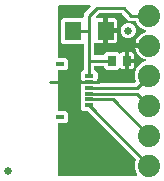
<source format=gbr>
G04 EAGLE Gerber RS-274X export*
G75*
%MOMM*%
%FSLAX34Y34*%
%LPD*%
%INTop Copper*%
%IPPOS*%
%AMOC8*
5,1,8,0,0,1.08239X$1,22.5*%
G01*
%ADD10R,0.800000X0.300000*%
%ADD11R,0.800000X0.400000*%
%ADD12C,1.879600*%
%ADD13R,0.700000X0.900000*%
%ADD14R,1.400000X1.600000*%
%ADD15C,0.635000*%
%ADD16C,0.254000*%

G36*
X115699Y4081D02*
X115699Y4081D01*
X115813Y4091D01*
X115839Y4101D01*
X115867Y4105D01*
X115972Y4152D01*
X116079Y4193D01*
X116101Y4209D01*
X116126Y4221D01*
X116214Y4295D01*
X116305Y4364D01*
X116322Y4387D01*
X116343Y4404D01*
X116407Y4500D01*
X116475Y4592D01*
X116485Y4618D01*
X116501Y4641D01*
X116535Y4751D01*
X116576Y4858D01*
X116578Y4886D01*
X116586Y4912D01*
X116589Y5027D01*
X116599Y5141D01*
X116593Y5166D01*
X116594Y5196D01*
X116527Y5453D01*
X116523Y5469D01*
X114553Y10224D01*
X114553Y15176D01*
X115425Y17281D01*
X115426Y17282D01*
X115426Y17284D01*
X115461Y17418D01*
X115496Y17556D01*
X115496Y17558D01*
X115496Y17559D01*
X115492Y17700D01*
X115488Y17840D01*
X115488Y17842D01*
X115487Y17843D01*
X115445Y17976D01*
X115401Y18111D01*
X115400Y18112D01*
X115400Y18114D01*
X115391Y18126D01*
X115243Y18347D01*
X115220Y18367D01*
X115205Y18387D01*
X74738Y58854D01*
X74669Y58906D01*
X74605Y58966D01*
X74555Y58992D01*
X74511Y59025D01*
X74430Y59056D01*
X74352Y59096D01*
X74304Y59104D01*
X74246Y59126D01*
X74098Y59138D01*
X74021Y59151D01*
X70937Y59151D01*
X69151Y60937D01*
X69151Y81463D01*
X69362Y81673D01*
X69414Y81743D01*
X69474Y81807D01*
X69500Y81857D01*
X69533Y81901D01*
X69564Y81982D01*
X69604Y82060D01*
X69612Y82108D01*
X69634Y82166D01*
X69646Y82314D01*
X69659Y82391D01*
X69659Y82685D01*
X69952Y82685D01*
X69982Y82689D01*
X70011Y82686D01*
X70022Y82689D01*
X70035Y82688D01*
X70134Y82710D01*
X70234Y82724D01*
X70261Y82737D01*
X70290Y82742D01*
X70300Y82748D01*
X70313Y82751D01*
X70368Y82783D01*
X70389Y82794D01*
X70493Y82841D01*
X70516Y82860D01*
X70542Y82873D01*
X70573Y82903D01*
X70602Y82920D01*
X70603Y82920D01*
X70653Y82976D01*
X70710Y83024D01*
X70727Y83049D01*
X70748Y83069D01*
X70768Y83102D01*
X70793Y83131D01*
X70827Y83199D01*
X70868Y83261D01*
X70877Y83289D01*
X70892Y83314D01*
X70901Y83352D01*
X70918Y83386D01*
X70931Y83461D01*
X70954Y83532D01*
X70955Y83561D01*
X70962Y83590D01*
X70961Y83628D01*
X70967Y83666D01*
X70959Y83742D01*
X70961Y83816D01*
X70954Y83844D01*
X70953Y83874D01*
X70941Y83911D01*
X70937Y83949D01*
X70908Y84019D01*
X70889Y84092D01*
X70875Y84116D01*
X70865Y84145D01*
X70846Y84172D01*
X70829Y84212D01*
X70782Y84271D01*
X70744Y84336D01*
X70698Y84379D01*
X70671Y84418D01*
X70670Y84418D01*
X70661Y84425D01*
X70653Y84435D01*
X70592Y84479D01*
X70537Y84530D01*
X70487Y84556D01*
X70443Y84589D01*
X70432Y84593D01*
X70422Y84600D01*
X70351Y84625D01*
X70284Y84660D01*
X70236Y84668D01*
X70178Y84690D01*
X70165Y84691D01*
X70154Y84695D01*
X70030Y84702D01*
X69953Y84715D01*
X69659Y84715D01*
X69659Y85009D01*
X69647Y85095D01*
X69644Y85183D01*
X69627Y85235D01*
X69619Y85290D01*
X69584Y85370D01*
X69557Y85453D01*
X69529Y85493D01*
X69503Y85550D01*
X69407Y85663D01*
X69362Y85727D01*
X69151Y85937D01*
X69151Y91463D01*
X70945Y93256D01*
X70982Y93255D01*
X71064Y93277D01*
X71148Y93289D01*
X71201Y93312D01*
X71257Y93327D01*
X71330Y93370D01*
X71407Y93405D01*
X71452Y93443D01*
X71502Y93472D01*
X71560Y93534D01*
X71624Y93588D01*
X71656Y93637D01*
X71696Y93680D01*
X71735Y93755D01*
X71782Y93825D01*
X71799Y93881D01*
X71826Y93933D01*
X71837Y94001D01*
X71867Y94096D01*
X71870Y94196D01*
X71881Y94264D01*
X71881Y114936D01*
X71873Y114994D01*
X71875Y115052D01*
X71853Y115134D01*
X71841Y115218D01*
X71818Y115271D01*
X71803Y115327D01*
X71760Y115400D01*
X71725Y115477D01*
X71687Y115522D01*
X71658Y115572D01*
X71596Y115630D01*
X71542Y115694D01*
X71493Y115726D01*
X71450Y115766D01*
X71375Y115805D01*
X71305Y115852D01*
X71249Y115869D01*
X71197Y115896D01*
X71129Y115907D01*
X71034Y115937D01*
X70934Y115940D01*
X70866Y115951D01*
X53937Y115951D01*
X52151Y117737D01*
X52151Y136263D01*
X53937Y138049D01*
X70866Y138049D01*
X70924Y138057D01*
X70982Y138055D01*
X71064Y138077D01*
X71148Y138089D01*
X71201Y138112D01*
X71257Y138127D01*
X71330Y138170D01*
X71407Y138205D01*
X71452Y138243D01*
X71502Y138272D01*
X71560Y138334D01*
X71624Y138388D01*
X71656Y138437D01*
X71696Y138480D01*
X71735Y138555D01*
X71782Y138625D01*
X71799Y138681D01*
X71826Y138733D01*
X71837Y138801D01*
X71867Y138896D01*
X71870Y138996D01*
X71881Y139064D01*
X71881Y141489D01*
X74708Y144316D01*
X76995Y146602D01*
X77012Y146626D01*
X77035Y146645D01*
X77097Y146739D01*
X77165Y146829D01*
X77176Y146857D01*
X77192Y146881D01*
X77226Y146989D01*
X77267Y147095D01*
X77269Y147124D01*
X77278Y147152D01*
X77281Y147266D01*
X77290Y147378D01*
X77284Y147407D01*
X77285Y147436D01*
X77257Y147546D01*
X77234Y147657D01*
X77221Y147683D01*
X77213Y147711D01*
X77156Y147809D01*
X77103Y147909D01*
X77083Y147931D01*
X77068Y147956D01*
X76986Y148033D01*
X76908Y148115D01*
X76882Y148130D01*
X76861Y148150D01*
X76760Y148202D01*
X76662Y148259D01*
X76634Y148266D01*
X76608Y148280D01*
X76530Y148293D01*
X76387Y148329D01*
X76324Y148327D01*
X76277Y148335D01*
X50800Y148335D01*
X50742Y148327D01*
X50684Y148329D01*
X50602Y148307D01*
X50519Y148295D01*
X50465Y148272D01*
X50409Y148257D01*
X50336Y148214D01*
X50259Y148179D01*
X50214Y148141D01*
X50164Y148112D01*
X50106Y148050D01*
X50042Y147996D01*
X50010Y147947D01*
X49970Y147904D01*
X49931Y147829D01*
X49885Y147759D01*
X49867Y147703D01*
X49840Y147651D01*
X49829Y147583D01*
X49799Y147488D01*
X49796Y147388D01*
X49785Y147320D01*
X49785Y104764D01*
X49793Y104706D01*
X49791Y104648D01*
X49813Y104566D01*
X49825Y104482D01*
X49849Y104429D01*
X49863Y104373D01*
X49906Y104300D01*
X49941Y104223D01*
X49979Y104178D01*
X50009Y104128D01*
X50070Y104070D01*
X50125Y104006D01*
X50173Y103974D01*
X50216Y103934D01*
X50291Y103895D01*
X50361Y103848D01*
X50417Y103831D01*
X50469Y103804D01*
X50537Y103793D01*
X50632Y103763D01*
X50732Y103760D01*
X50800Y103749D01*
X56463Y103749D01*
X58249Y101963D01*
X58249Y95437D01*
X56463Y93651D01*
X50800Y93651D01*
X50742Y93643D01*
X50684Y93645D01*
X50602Y93623D01*
X50519Y93611D01*
X50465Y93588D01*
X50409Y93573D01*
X50336Y93530D01*
X50259Y93495D01*
X50214Y93457D01*
X50164Y93428D01*
X50106Y93366D01*
X50042Y93312D01*
X50010Y93263D01*
X49970Y93220D01*
X49931Y93145D01*
X49885Y93075D01*
X49867Y93019D01*
X49840Y92967D01*
X49829Y92899D01*
X49799Y92804D01*
X49796Y92704D01*
X49785Y92636D01*
X49785Y59764D01*
X49793Y59706D01*
X49791Y59648D01*
X49813Y59566D01*
X49825Y59482D01*
X49849Y59429D01*
X49863Y59373D01*
X49906Y59300D01*
X49941Y59223D01*
X49979Y59178D01*
X50009Y59128D01*
X50070Y59070D01*
X50125Y59006D01*
X50173Y58974D01*
X50216Y58934D01*
X50291Y58895D01*
X50361Y58848D01*
X50417Y58831D01*
X50469Y58804D01*
X50537Y58793D01*
X50632Y58763D01*
X50732Y58760D01*
X50800Y58749D01*
X56463Y58749D01*
X58249Y56963D01*
X58249Y50437D01*
X56463Y48651D01*
X50800Y48651D01*
X50742Y48643D01*
X50684Y48645D01*
X50602Y48623D01*
X50519Y48611D01*
X50465Y48588D01*
X50409Y48573D01*
X50336Y48530D01*
X50259Y48495D01*
X50214Y48457D01*
X50164Y48428D01*
X50106Y48366D01*
X50042Y48312D01*
X50010Y48263D01*
X49970Y48220D01*
X49931Y48145D01*
X49885Y48075D01*
X49867Y48019D01*
X49840Y47967D01*
X49829Y47899D01*
X49799Y47804D01*
X49796Y47704D01*
X49785Y47636D01*
X49785Y5080D01*
X49793Y5022D01*
X49791Y4964D01*
X49813Y4882D01*
X49825Y4798D01*
X49849Y4745D01*
X49863Y4689D01*
X49906Y4616D01*
X49941Y4539D01*
X49979Y4494D01*
X50009Y4444D01*
X50070Y4386D01*
X50125Y4322D01*
X50173Y4290D01*
X50216Y4250D01*
X50291Y4211D01*
X50361Y4164D01*
X50417Y4147D01*
X50469Y4120D01*
X50537Y4109D01*
X50632Y4079D01*
X50732Y4076D01*
X50800Y4065D01*
X115585Y4065D01*
X115699Y4081D01*
G37*
G36*
X114558Y83035D02*
X114558Y83035D01*
X114673Y83045D01*
X114698Y83055D01*
X114726Y83059D01*
X114831Y83106D01*
X114938Y83147D01*
X114960Y83163D01*
X114985Y83175D01*
X115073Y83249D01*
X115165Y83318D01*
X115181Y83341D01*
X115202Y83358D01*
X115266Y83454D01*
X115335Y83546D01*
X115345Y83572D01*
X115360Y83595D01*
X115395Y83705D01*
X115435Y83812D01*
X115437Y83840D01*
X115446Y83866D01*
X115449Y83981D01*
X115458Y84095D01*
X115452Y84120D01*
X115453Y84150D01*
X115386Y84407D01*
X115382Y84423D01*
X114553Y86424D01*
X114553Y91376D01*
X116448Y95951D01*
X119949Y99452D01*
X123611Y100969D01*
X123671Y101004D01*
X123735Y101030D01*
X123793Y101076D01*
X123856Y101113D01*
X123904Y101163D01*
X123958Y101206D01*
X124001Y101266D01*
X124051Y101320D01*
X124083Y101381D01*
X124123Y101438D01*
X124148Y101507D01*
X124182Y101573D01*
X124195Y101640D01*
X124218Y101706D01*
X124222Y101779D01*
X124237Y101852D01*
X124231Y101920D01*
X124235Y101989D01*
X124219Y102061D01*
X124212Y102135D01*
X124187Y102199D01*
X124172Y102267D01*
X124137Y102331D01*
X124110Y102400D01*
X124069Y102455D01*
X124035Y102516D01*
X123983Y102568D01*
X123939Y102627D01*
X123883Y102668D01*
X123834Y102717D01*
X123779Y102746D01*
X123711Y102797D01*
X123603Y102838D01*
X123537Y102872D01*
X122417Y103236D01*
X120743Y104089D01*
X119222Y105194D01*
X117894Y106522D01*
X116789Y108043D01*
X115936Y109717D01*
X115355Y111504D01*
X115234Y112269D01*
X125984Y112269D01*
X126042Y112277D01*
X126100Y112275D01*
X126182Y112297D01*
X126265Y112309D01*
X126319Y112333D01*
X126375Y112347D01*
X126448Y112390D01*
X126525Y112425D01*
X126569Y112463D01*
X126620Y112493D01*
X126677Y112554D01*
X126742Y112609D01*
X126774Y112657D01*
X126814Y112700D01*
X126853Y112775D01*
X126899Y112845D01*
X126917Y112901D01*
X126944Y112953D01*
X126955Y113021D01*
X126985Y113116D01*
X126988Y113216D01*
X126999Y113284D01*
X126999Y115316D01*
X126991Y115374D01*
X126992Y115432D01*
X126971Y115514D01*
X126959Y115597D01*
X126935Y115651D01*
X126921Y115707D01*
X126878Y115780D01*
X126843Y115857D01*
X126805Y115902D01*
X126775Y115952D01*
X126714Y116010D01*
X126659Y116074D01*
X126611Y116106D01*
X126568Y116146D01*
X126493Y116185D01*
X126423Y116231D01*
X126367Y116249D01*
X126315Y116276D01*
X126247Y116287D01*
X126152Y116317D01*
X126052Y116320D01*
X125984Y116331D01*
X115234Y116331D01*
X115355Y117096D01*
X115936Y118883D01*
X116789Y120557D01*
X117894Y122078D01*
X119222Y123406D01*
X120743Y124511D01*
X122417Y125364D01*
X123537Y125728D01*
X123599Y125758D01*
X123665Y125779D01*
X123726Y125820D01*
X123792Y125853D01*
X123843Y125899D01*
X123901Y125938D01*
X123948Y125994D01*
X124003Y126043D01*
X124039Y126102D01*
X124084Y126155D01*
X124114Y126222D01*
X124153Y126285D01*
X124171Y126352D01*
X124199Y126415D01*
X124209Y126488D01*
X124229Y126559D01*
X124229Y126628D01*
X124238Y126697D01*
X124228Y126769D01*
X124227Y126843D01*
X124207Y126910D01*
X124198Y126978D01*
X124167Y127045D01*
X124146Y127116D01*
X124109Y127174D01*
X124080Y127237D01*
X124033Y127293D01*
X123993Y127355D01*
X123941Y127401D01*
X123896Y127453D01*
X123843Y127486D01*
X123779Y127543D01*
X123675Y127592D01*
X123611Y127631D01*
X119949Y129148D01*
X116448Y132649D01*
X115576Y134755D01*
X115575Y134756D01*
X115575Y134757D01*
X115505Y134875D01*
X115432Y134999D01*
X115431Y135000D01*
X115430Y135002D01*
X115326Y135099D01*
X115225Y135195D01*
X115224Y135195D01*
X115222Y135196D01*
X115097Y135261D01*
X114972Y135325D01*
X114971Y135325D01*
X114969Y135326D01*
X114954Y135328D01*
X114693Y135380D01*
X114663Y135377D01*
X114638Y135381D01*
X109971Y135381D01*
X103918Y141434D01*
X103849Y141486D01*
X103785Y141546D01*
X103735Y141572D01*
X103691Y141605D01*
X103610Y141636D01*
X103532Y141676D01*
X103484Y141684D01*
X103426Y141706D01*
X103278Y141718D01*
X103201Y141731D01*
X84759Y141731D01*
X84673Y141719D01*
X84585Y141716D01*
X84533Y141699D01*
X84478Y141691D01*
X84398Y141656D01*
X84315Y141629D01*
X84276Y141601D01*
X84219Y141575D01*
X84105Y141479D01*
X84042Y141434D01*
X81833Y139225D01*
X81821Y139210D01*
X81806Y139197D01*
X81736Y139096D01*
X81662Y138998D01*
X81655Y138980D01*
X81644Y138964D01*
X81605Y138847D01*
X81561Y138733D01*
X81559Y138713D01*
X81553Y138694D01*
X81547Y138571D01*
X81537Y138449D01*
X81541Y138430D01*
X81540Y138410D01*
X81569Y138291D01*
X81593Y138170D01*
X81602Y138153D01*
X81607Y138134D01*
X81668Y138027D01*
X81724Y137918D01*
X81738Y137904D01*
X81747Y137887D01*
X81835Y137801D01*
X81920Y137712D01*
X81937Y137702D01*
X81951Y137688D01*
X82059Y137630D01*
X82165Y137568D01*
X82184Y137563D01*
X82202Y137554D01*
X82322Y137528D01*
X82441Y137498D01*
X82460Y137499D01*
X82480Y137495D01*
X82553Y137502D01*
X82725Y137507D01*
X82773Y137523D01*
X82814Y137527D01*
X82866Y137541D01*
X88169Y137541D01*
X88169Y128016D01*
X88177Y127958D01*
X88175Y127900D01*
X88197Y127818D01*
X88209Y127735D01*
X88233Y127681D01*
X88247Y127625D01*
X88290Y127552D01*
X88325Y127475D01*
X88363Y127431D01*
X88393Y127380D01*
X88454Y127323D01*
X88509Y127258D01*
X88557Y127226D01*
X88600Y127186D01*
X88675Y127147D01*
X88745Y127101D01*
X88801Y127083D01*
X88853Y127056D01*
X88921Y127045D01*
X89016Y127015D01*
X89116Y127012D01*
X89184Y127001D01*
X90201Y127001D01*
X90201Y126999D01*
X89184Y126999D01*
X89126Y126991D01*
X89068Y126992D01*
X88986Y126971D01*
X88903Y126959D01*
X88849Y126935D01*
X88793Y126921D01*
X88720Y126878D01*
X88643Y126843D01*
X88598Y126805D01*
X88548Y126775D01*
X88490Y126714D01*
X88426Y126659D01*
X88394Y126611D01*
X88354Y126568D01*
X88315Y126493D01*
X88269Y126423D01*
X88251Y126367D01*
X88224Y126315D01*
X88213Y126247D01*
X88183Y126152D01*
X88180Y126052D01*
X88169Y125984D01*
X88169Y116459D01*
X82866Y116459D01*
X82219Y116632D01*
X82042Y116735D01*
X82005Y116750D01*
X81973Y116771D01*
X81874Y116803D01*
X81778Y116841D01*
X81739Y116845D01*
X81702Y116857D01*
X81598Y116860D01*
X81495Y116870D01*
X81457Y116863D01*
X81418Y116864D01*
X81317Y116838D01*
X81215Y116820D01*
X81180Y116802D01*
X81143Y116793D01*
X81054Y116740D01*
X80961Y116694D01*
X80932Y116667D01*
X80898Y116647D01*
X80827Y116572D01*
X80751Y116502D01*
X80730Y116468D01*
X80704Y116440D01*
X80656Y116348D01*
X80602Y116259D01*
X80592Y116222D01*
X80574Y116187D01*
X80561Y116110D01*
X80527Y115985D01*
X80528Y115911D01*
X80519Y115856D01*
X80519Y106934D01*
X80527Y106876D01*
X80525Y106818D01*
X80547Y106736D01*
X80559Y106652D01*
X80582Y106599D01*
X80597Y106543D01*
X80640Y106470D01*
X80675Y106393D01*
X80713Y106348D01*
X80742Y106298D01*
X80804Y106240D01*
X80858Y106176D01*
X80907Y106144D01*
X80950Y106104D01*
X81025Y106065D01*
X81095Y106018D01*
X81151Y106001D01*
X81203Y105974D01*
X81271Y105963D01*
X81366Y105933D01*
X81466Y105930D01*
X81534Y105919D01*
X87536Y105919D01*
X87594Y105927D01*
X87652Y105925D01*
X87734Y105947D01*
X87818Y105959D01*
X87871Y105982D01*
X87927Y105997D01*
X88000Y106040D01*
X88077Y106075D01*
X88122Y106113D01*
X88172Y106142D01*
X88230Y106204D01*
X88294Y106258D01*
X88326Y106307D01*
X88366Y106350D01*
X88405Y106425D01*
X88452Y106495D01*
X88469Y106551D01*
X88496Y106603D01*
X88507Y106671D01*
X88537Y106766D01*
X88540Y106866D01*
X88551Y106934D01*
X88551Y107363D01*
X90337Y109149D01*
X99863Y109149D01*
X101241Y107770D01*
X101288Y107735D01*
X101328Y107693D01*
X101401Y107650D01*
X101468Y107599D01*
X101523Y107578D01*
X101574Y107549D01*
X101655Y107528D01*
X101734Y107498D01*
X101793Y107493D01*
X101849Y107479D01*
X101933Y107482D01*
X102017Y107475D01*
X102075Y107486D01*
X102133Y107488D01*
X102213Y107514D01*
X102296Y107530D01*
X102348Y107557D01*
X102404Y107575D01*
X102460Y107615D01*
X102549Y107661D01*
X102621Y107730D01*
X102677Y107770D01*
X103040Y108133D01*
X103619Y108468D01*
X104266Y108641D01*
X106351Y108641D01*
X106351Y102334D01*
X106359Y102276D01*
X106357Y102218D01*
X106379Y102136D01*
X106391Y102053D01*
X106414Y101999D01*
X106429Y101943D01*
X106472Y101870D01*
X106507Y101793D01*
X106545Y101749D01*
X106574Y101698D01*
X106636Y101641D01*
X106673Y101597D01*
X106672Y101596D01*
X106608Y101541D01*
X106576Y101493D01*
X106536Y101450D01*
X106497Y101375D01*
X106450Y101305D01*
X106433Y101249D01*
X106406Y101197D01*
X106395Y101129D01*
X106365Y101034D01*
X106362Y100934D01*
X106351Y100866D01*
X106351Y94559D01*
X104266Y94559D01*
X103619Y94732D01*
X103040Y95067D01*
X102677Y95430D01*
X102630Y95465D01*
X102590Y95507D01*
X102517Y95550D01*
X102450Y95601D01*
X102395Y95622D01*
X102345Y95651D01*
X102263Y95672D01*
X102184Y95702D01*
X102126Y95707D01*
X102069Y95721D01*
X101985Y95718D01*
X101901Y95725D01*
X101844Y95714D01*
X101785Y95712D01*
X101705Y95686D01*
X101622Y95670D01*
X101570Y95643D01*
X101515Y95625D01*
X101458Y95584D01*
X101370Y95539D01*
X101298Y95470D01*
X101241Y95430D01*
X99863Y94051D01*
X90337Y94051D01*
X88551Y95837D01*
X88551Y96266D01*
X88543Y96324D01*
X88545Y96382D01*
X88523Y96464D01*
X88511Y96548D01*
X88488Y96601D01*
X88473Y96657D01*
X88430Y96730D01*
X88395Y96807D01*
X88357Y96852D01*
X88328Y96902D01*
X88266Y96960D01*
X88212Y97024D01*
X88163Y97056D01*
X88120Y97096D01*
X88045Y97135D01*
X87975Y97182D01*
X87919Y97199D01*
X87867Y97226D01*
X87799Y97237D01*
X87704Y97267D01*
X87604Y97270D01*
X87536Y97281D01*
X81534Y97281D01*
X81476Y97273D01*
X81418Y97275D01*
X81336Y97253D01*
X81252Y97241D01*
X81199Y97218D01*
X81143Y97203D01*
X81070Y97160D01*
X80993Y97125D01*
X80948Y97087D01*
X80898Y97058D01*
X80840Y96996D01*
X80776Y96942D01*
X80744Y96893D01*
X80704Y96850D01*
X80665Y96775D01*
X80618Y96705D01*
X80601Y96649D01*
X80574Y96597D01*
X80563Y96529D01*
X80533Y96434D01*
X80530Y96334D01*
X80519Y96266D01*
X80519Y94264D01*
X80527Y94206D01*
X80525Y94148D01*
X80547Y94066D01*
X80559Y93982D01*
X80582Y93929D01*
X80597Y93873D01*
X80640Y93800D01*
X80675Y93723D01*
X80713Y93678D01*
X80742Y93628D01*
X80804Y93570D01*
X80858Y93506D01*
X80907Y93474D01*
X80950Y93434D01*
X81025Y93395D01*
X81095Y93348D01*
X81151Y93331D01*
X81203Y93304D01*
X81271Y93293D01*
X81366Y93263D01*
X81451Y93261D01*
X83249Y91463D01*
X83249Y85937D01*
X83038Y85727D01*
X82986Y85657D01*
X82926Y85593D01*
X82900Y85543D01*
X82867Y85499D01*
X82836Y85418D01*
X82796Y85340D01*
X82788Y85292D01*
X82766Y85234D01*
X82754Y85086D01*
X82741Y85009D01*
X82741Y84034D01*
X82749Y83976D01*
X82747Y83918D01*
X82769Y83836D01*
X82781Y83752D01*
X82804Y83699D01*
X82819Y83643D01*
X82862Y83570D01*
X82897Y83493D01*
X82935Y83448D01*
X82964Y83398D01*
X83026Y83340D01*
X83080Y83276D01*
X83129Y83244D01*
X83172Y83204D01*
X83247Y83165D01*
X83317Y83118D01*
X83373Y83101D01*
X83425Y83074D01*
X83493Y83063D01*
X83588Y83033D01*
X83688Y83030D01*
X83756Y83019D01*
X114444Y83019D01*
X114558Y83035D01*
G37*
%LPC*%
G36*
X107982Y120776D02*
X107982Y120776D01*
X105694Y121724D01*
X103944Y123474D01*
X102996Y125762D01*
X102996Y128238D01*
X103944Y130526D01*
X105694Y132276D01*
X107982Y133224D01*
X110458Y133224D01*
X112746Y132276D01*
X114496Y130526D01*
X115444Y128238D01*
X115444Y125762D01*
X114496Y123474D01*
X112746Y121724D01*
X110458Y120776D01*
X107982Y120776D01*
G37*
%LPD*%
%LPC*%
G36*
X92231Y129031D02*
X92231Y129031D01*
X92231Y137541D01*
X97534Y137541D01*
X98181Y137368D01*
X98760Y137033D01*
X99233Y136560D01*
X99568Y135981D01*
X99741Y135334D01*
X99741Y129031D01*
X92231Y129031D01*
G37*
%LPD*%
%LPC*%
G36*
X92231Y116459D02*
X92231Y116459D01*
X92231Y124969D01*
X99741Y124969D01*
X99741Y118666D01*
X99568Y118019D01*
X99233Y117440D01*
X98760Y116967D01*
X98181Y116632D01*
X97534Y116459D01*
X92231Y116459D01*
G37*
%LPD*%
%LPC*%
G36*
X109849Y103349D02*
X109849Y103349D01*
X109849Y108641D01*
X111934Y108641D01*
X112581Y108468D01*
X113160Y108133D01*
X113633Y107660D01*
X113968Y107081D01*
X114141Y106434D01*
X114141Y103349D01*
X109849Y103349D01*
G37*
%LPD*%
%LPC*%
G36*
X109849Y94559D02*
X109849Y94559D01*
X109849Y99851D01*
X114141Y99851D01*
X114141Y96766D01*
X113968Y96119D01*
X113633Y95540D01*
X113160Y95067D01*
X112581Y94732D01*
X111934Y94559D01*
X109849Y94559D01*
G37*
%LPD*%
D10*
X76200Y73700D03*
X76200Y78700D03*
X76200Y83700D03*
X76200Y68700D03*
X76200Y63700D03*
X76200Y88700D03*
D11*
X51200Y98700D03*
X51200Y53700D03*
D12*
X127000Y139700D03*
X127000Y114300D03*
X127000Y88900D03*
X127000Y63500D03*
X127000Y38100D03*
X127000Y12700D03*
D13*
X95100Y101600D03*
X108100Y101600D03*
D14*
X90200Y127000D03*
X62200Y127000D03*
D15*
X109220Y127000D03*
X7112Y8128D03*
D16*
X76200Y88700D02*
X76200Y101600D01*
X76200Y127000D01*
X62200Y127000D01*
X111760Y139700D02*
X127000Y139700D01*
X111760Y139700D02*
X105410Y146050D01*
X82550Y146050D01*
X76200Y139700D01*
X76200Y127000D01*
X76200Y101600D02*
X95100Y101600D01*
X76200Y83700D02*
X57030Y83700D01*
X57150Y83820D01*
X43180Y83820D01*
X57150Y83820D02*
X58420Y83820D01*
X59690Y85090D01*
X76200Y83700D02*
X83700Y83700D01*
X85090Y85090D01*
X76200Y78700D02*
X116800Y78700D01*
X127000Y88900D01*
X116800Y73700D02*
X76200Y73700D01*
X116800Y73700D02*
X127000Y63500D01*
X96400Y68700D02*
X76200Y68700D01*
X96400Y68700D02*
X127000Y38100D01*
X76200Y63700D02*
X76000Y63700D01*
X127000Y12700D01*
M02*

</source>
